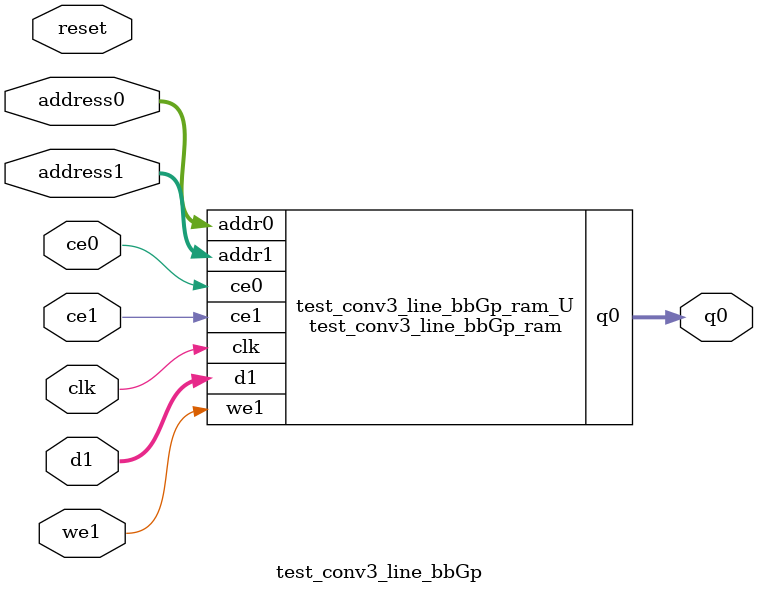
<source format=v>
`timescale 1 ns / 1 ps
module test_conv3_line_bbGp_ram (addr0, ce0, q0, addr1, ce1, d1, we1,  clk);

parameter DWIDTH = 4;
parameter AWIDTH = 12;
parameter MEM_SIZE = 2624;

input[AWIDTH-1:0] addr0;
input ce0;
output reg[DWIDTH-1:0] q0;
input[AWIDTH-1:0] addr1;
input ce1;
input[DWIDTH-1:0] d1;
input we1;
input clk;

(* ram_style = "block" *)reg [DWIDTH-1:0] ram[0:MEM_SIZE-1];




always @(posedge clk)  
begin 
    if (ce0) begin
        q0 <= ram[addr0];
    end
end


always @(posedge clk)  
begin 
    if (ce1) begin
        if (we1) 
            ram[addr1] <= d1; 
    end
end


endmodule

`timescale 1 ns / 1 ps
module test_conv3_line_bbGp(
    reset,
    clk,
    address0,
    ce0,
    q0,
    address1,
    ce1,
    we1,
    d1);

parameter DataWidth = 32'd4;
parameter AddressRange = 32'd2624;
parameter AddressWidth = 32'd12;
input reset;
input clk;
input[AddressWidth - 1:0] address0;
input ce0;
output[DataWidth - 1:0] q0;
input[AddressWidth - 1:0] address1;
input ce1;
input we1;
input[DataWidth - 1:0] d1;



test_conv3_line_bbGp_ram test_conv3_line_bbGp_ram_U(
    .clk( clk ),
    .addr0( address0 ),
    .ce0( ce0 ),
    .q0( q0 ),
    .addr1( address1 ),
    .ce1( ce1 ),
    .we1( we1 ),
    .d1( d1 ));

endmodule


</source>
